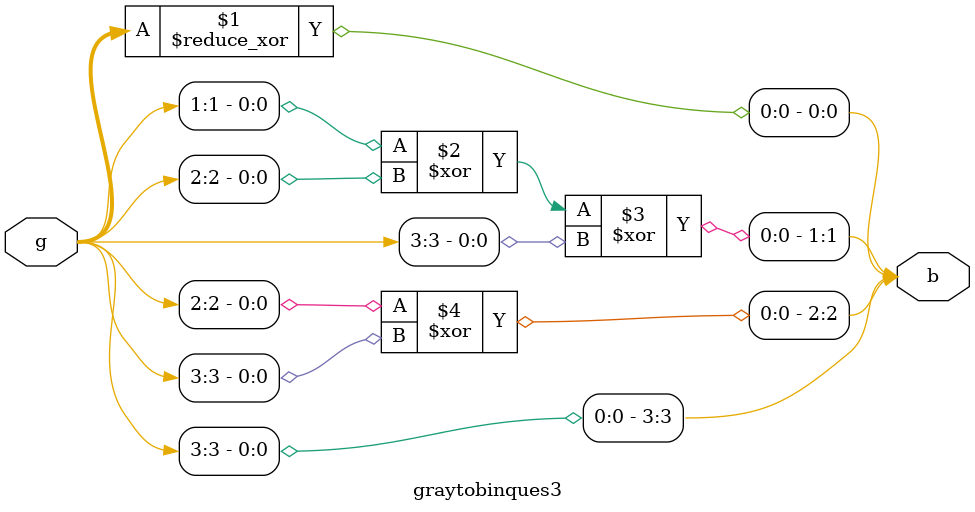
<source format=v>
`timescale 1ns / 1ps
module graytobinques3(
    output [3:0] b,
    input [3:0] g
    );
	 assign b[0]=^g;
	 assign b[1]=g[1]^g[2]^g[3];
	 assign b[2]=g[2]^g[3];
	 assign b[3]=g[3];


endmodule

</source>
